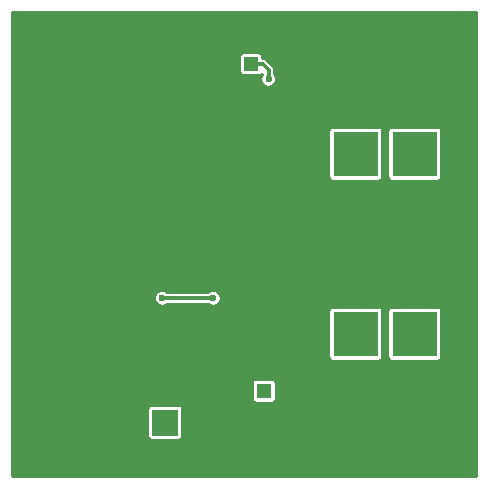
<source format=gbr>
G04 #@! TF.FileFunction,Copper,L1,Top,Mixed*
%FSLAX46Y46*%
G04 Gerber Fmt 4.6, Leading zero omitted, Abs format (unit mm)*
G04 Created by KiCad (PCBNEW 4.0.2-stable) date 07/11/2016 13:31:13*
%MOMM*%
G01*
G04 APERTURE LIST*
%ADD10C,0.150000*%
%ADD11C,5.600000*%
%ADD12R,3.810000X3.810000*%
%ADD13R,2.235200X2.235200*%
%ADD14C,0.600000*%
%ADD15C,1.300000*%
%ADD16R,1.300000X1.300000*%
%ADD17R,1.198880X1.198880*%
%ADD18C,0.300000*%
%ADD19C,1.000000*%
G04 APERTURE END LIST*
D10*
D11*
X121920000Y-71120000D03*
X152400000Y-71120000D03*
X121920000Y-101600000D03*
X152400000Y-101600000D03*
D12*
X151558000Y-93980000D03*
X146558000Y-93980000D03*
X151558000Y-88900000D03*
X146558000Y-88900000D03*
X151558000Y-78740000D03*
X146558000Y-78740000D03*
X151558000Y-83820000D03*
X146558000Y-83820000D03*
D13*
X130429000Y-101473000D03*
D14*
X132842000Y-94234000D03*
X131762500Y-94234000D03*
X132842000Y-95377000D03*
X131762500Y-95377000D03*
X132905500Y-93027500D03*
X131762500Y-93027500D03*
D15*
X138811000Y-101306000D03*
D16*
X138811000Y-98806000D03*
D17*
X137701020Y-71120000D03*
X135602980Y-71120000D03*
D14*
X141986000Y-82399000D03*
X143383000Y-90678000D03*
X141478000Y-90567000D03*
X141224000Y-88265000D03*
X141224000Y-86360000D03*
X141224000Y-87249000D03*
X119192000Y-95377000D03*
X136017000Y-82550000D03*
X136017000Y-81534000D03*
X137287000Y-88265000D03*
X137287000Y-85598000D03*
X137287000Y-86741000D03*
X133096000Y-88138000D03*
X133096000Y-85725000D03*
X133096000Y-86868000D03*
X121690000Y-83058000D03*
X132588000Y-83566000D03*
X135001000Y-83566000D03*
X133858000Y-83566000D03*
X139700000Y-83693000D03*
X137160000Y-83693000D03*
X138430000Y-83693000D03*
X126492000Y-93726000D03*
X122682000Y-91710000D03*
X133112000Y-98298000D03*
X130175000Y-90932000D03*
X134493000Y-90932000D03*
X139192000Y-72390000D03*
D18*
X141986000Y-82399000D02*
X141986000Y-82423000D01*
X141478000Y-90567000D02*
X141478000Y-90551000D01*
X141224000Y-87249000D02*
X141224000Y-86360000D01*
X119192000Y-95377000D02*
X119253000Y-95377000D01*
X136017000Y-81534000D02*
X136017000Y-82550000D01*
X137287000Y-86741000D02*
X137287000Y-85598000D01*
X133096000Y-86868000D02*
X133096000Y-85725000D01*
X121690000Y-83058000D02*
X121666000Y-83058000D01*
X133858000Y-83566000D02*
X135001000Y-83566000D01*
X138430000Y-83693000D02*
X137160000Y-83693000D01*
D19*
X122682000Y-91710000D02*
X122682000Y-91694000D01*
X133112000Y-98298000D02*
X133096000Y-98298000D01*
D18*
X130175000Y-90932000D02*
X134493000Y-90932000D01*
X138684000Y-71120000D02*
X137701020Y-71120000D01*
X139192000Y-71628000D02*
X138684000Y-71120000D01*
X139192000Y-72390000D02*
X139192000Y-71628000D01*
G36*
X156747000Y-105947000D02*
X117573000Y-105947000D01*
X117573000Y-100355400D01*
X128899486Y-100355400D01*
X128899486Y-102590600D01*
X128927656Y-102740313D01*
X129016137Y-102877816D01*
X129151142Y-102970061D01*
X129311400Y-103002514D01*
X131546600Y-103002514D01*
X131696313Y-102974344D01*
X131833816Y-102885863D01*
X131926061Y-102750858D01*
X131958514Y-102590600D01*
X131958514Y-100355400D01*
X131930344Y-100205687D01*
X131841863Y-100068184D01*
X131706858Y-99975939D01*
X131546600Y-99943486D01*
X129311400Y-99943486D01*
X129161687Y-99971656D01*
X129024184Y-100060137D01*
X128931939Y-100195142D01*
X128899486Y-100355400D01*
X117573000Y-100355400D01*
X117573000Y-98156000D01*
X137749086Y-98156000D01*
X137749086Y-99456000D01*
X137777256Y-99605713D01*
X137865737Y-99743216D01*
X138000742Y-99835461D01*
X138161000Y-99867914D01*
X139461000Y-99867914D01*
X139610713Y-99839744D01*
X139748216Y-99751263D01*
X139840461Y-99616258D01*
X139872914Y-99456000D01*
X139872914Y-98156000D01*
X139844744Y-98006287D01*
X139756263Y-97868784D01*
X139621258Y-97776539D01*
X139461000Y-97744086D01*
X138161000Y-97744086D01*
X138011287Y-97772256D01*
X137873784Y-97860737D01*
X137781539Y-97995742D01*
X137749086Y-98156000D01*
X117573000Y-98156000D01*
X117573000Y-92075000D01*
X144241086Y-92075000D01*
X144241086Y-95885000D01*
X144269256Y-96034713D01*
X144357737Y-96172216D01*
X144492742Y-96264461D01*
X144653000Y-96296914D01*
X148463000Y-96296914D01*
X148612713Y-96268744D01*
X148750216Y-96180263D01*
X148842461Y-96045258D01*
X148874914Y-95885000D01*
X148874914Y-92075000D01*
X149241086Y-92075000D01*
X149241086Y-95885000D01*
X149269256Y-96034713D01*
X149357737Y-96172216D01*
X149492742Y-96264461D01*
X149653000Y-96296914D01*
X153463000Y-96296914D01*
X153612713Y-96268744D01*
X153750216Y-96180263D01*
X153842461Y-96045258D01*
X153874914Y-95885000D01*
X153874914Y-92075000D01*
X153846744Y-91925287D01*
X153758263Y-91787784D01*
X153623258Y-91695539D01*
X153463000Y-91663086D01*
X149653000Y-91663086D01*
X149503287Y-91691256D01*
X149365784Y-91779737D01*
X149273539Y-91914742D01*
X149241086Y-92075000D01*
X148874914Y-92075000D01*
X148846744Y-91925287D01*
X148758263Y-91787784D01*
X148623258Y-91695539D01*
X148463000Y-91663086D01*
X144653000Y-91663086D01*
X144503287Y-91691256D01*
X144365784Y-91779737D01*
X144273539Y-91914742D01*
X144241086Y-92075000D01*
X117573000Y-92075000D01*
X117573000Y-91071420D01*
X129470878Y-91071420D01*
X129577830Y-91330263D01*
X129775695Y-91528474D01*
X130034351Y-91635877D01*
X130314420Y-91636122D01*
X130573263Y-91529170D01*
X130616508Y-91486000D01*
X134051295Y-91486000D01*
X134093695Y-91528474D01*
X134352351Y-91635877D01*
X134632420Y-91636122D01*
X134891263Y-91529170D01*
X135089474Y-91331305D01*
X135196877Y-91072649D01*
X135197122Y-90792580D01*
X135090170Y-90533737D01*
X134892305Y-90335526D01*
X134633649Y-90228123D01*
X134353580Y-90227878D01*
X134094737Y-90334830D01*
X134051492Y-90378000D01*
X130616705Y-90378000D01*
X130574305Y-90335526D01*
X130315649Y-90228123D01*
X130035580Y-90227878D01*
X129776737Y-90334830D01*
X129578526Y-90532695D01*
X129471123Y-90791351D01*
X129470878Y-91071420D01*
X117573000Y-91071420D01*
X117573000Y-76835000D01*
X144241086Y-76835000D01*
X144241086Y-80645000D01*
X144269256Y-80794713D01*
X144357737Y-80932216D01*
X144492742Y-81024461D01*
X144653000Y-81056914D01*
X148463000Y-81056914D01*
X148612713Y-81028744D01*
X148750216Y-80940263D01*
X148842461Y-80805258D01*
X148874914Y-80645000D01*
X148874914Y-76835000D01*
X149241086Y-76835000D01*
X149241086Y-80645000D01*
X149269256Y-80794713D01*
X149357737Y-80932216D01*
X149492742Y-81024461D01*
X149653000Y-81056914D01*
X153463000Y-81056914D01*
X153612713Y-81028744D01*
X153750216Y-80940263D01*
X153842461Y-80805258D01*
X153874914Y-80645000D01*
X153874914Y-76835000D01*
X153846744Y-76685287D01*
X153758263Y-76547784D01*
X153623258Y-76455539D01*
X153463000Y-76423086D01*
X149653000Y-76423086D01*
X149503287Y-76451256D01*
X149365784Y-76539737D01*
X149273539Y-76674742D01*
X149241086Y-76835000D01*
X148874914Y-76835000D01*
X148846744Y-76685287D01*
X148758263Y-76547784D01*
X148623258Y-76455539D01*
X148463000Y-76423086D01*
X144653000Y-76423086D01*
X144503287Y-76451256D01*
X144365784Y-76539737D01*
X144273539Y-76674742D01*
X144241086Y-76835000D01*
X117573000Y-76835000D01*
X117573000Y-70520560D01*
X136689666Y-70520560D01*
X136689666Y-71719440D01*
X136717836Y-71869153D01*
X136806317Y-72006656D01*
X136941322Y-72098901D01*
X137101580Y-72131354D01*
X138300460Y-72131354D01*
X138450173Y-72103184D01*
X138584784Y-72016564D01*
X138488123Y-72249351D01*
X138487878Y-72529420D01*
X138594830Y-72788263D01*
X138792695Y-72986474D01*
X139051351Y-73093877D01*
X139331420Y-73094122D01*
X139590263Y-72987170D01*
X139788474Y-72789305D01*
X139895877Y-72530649D01*
X139896122Y-72250580D01*
X139789170Y-71991737D01*
X139746000Y-71948492D01*
X139746000Y-71628000D01*
X139703829Y-71415993D01*
X139583737Y-71236262D01*
X139075737Y-70728263D01*
X138896007Y-70608171D01*
X138712374Y-70571644D01*
X138712374Y-70520560D01*
X138684204Y-70370847D01*
X138595723Y-70233344D01*
X138460718Y-70141099D01*
X138300460Y-70108646D01*
X137101580Y-70108646D01*
X136951867Y-70136816D01*
X136814364Y-70225297D01*
X136722119Y-70360302D01*
X136689666Y-70520560D01*
X117573000Y-70520560D01*
X117573000Y-66773000D01*
X156747000Y-66773000D01*
X156747000Y-105947000D01*
X156747000Y-105947000D01*
G37*
X156747000Y-105947000D02*
X117573000Y-105947000D01*
X117573000Y-100355400D01*
X128899486Y-100355400D01*
X128899486Y-102590600D01*
X128927656Y-102740313D01*
X129016137Y-102877816D01*
X129151142Y-102970061D01*
X129311400Y-103002514D01*
X131546600Y-103002514D01*
X131696313Y-102974344D01*
X131833816Y-102885863D01*
X131926061Y-102750858D01*
X131958514Y-102590600D01*
X131958514Y-100355400D01*
X131930344Y-100205687D01*
X131841863Y-100068184D01*
X131706858Y-99975939D01*
X131546600Y-99943486D01*
X129311400Y-99943486D01*
X129161687Y-99971656D01*
X129024184Y-100060137D01*
X128931939Y-100195142D01*
X128899486Y-100355400D01*
X117573000Y-100355400D01*
X117573000Y-98156000D01*
X137749086Y-98156000D01*
X137749086Y-99456000D01*
X137777256Y-99605713D01*
X137865737Y-99743216D01*
X138000742Y-99835461D01*
X138161000Y-99867914D01*
X139461000Y-99867914D01*
X139610713Y-99839744D01*
X139748216Y-99751263D01*
X139840461Y-99616258D01*
X139872914Y-99456000D01*
X139872914Y-98156000D01*
X139844744Y-98006287D01*
X139756263Y-97868784D01*
X139621258Y-97776539D01*
X139461000Y-97744086D01*
X138161000Y-97744086D01*
X138011287Y-97772256D01*
X137873784Y-97860737D01*
X137781539Y-97995742D01*
X137749086Y-98156000D01*
X117573000Y-98156000D01*
X117573000Y-92075000D01*
X144241086Y-92075000D01*
X144241086Y-95885000D01*
X144269256Y-96034713D01*
X144357737Y-96172216D01*
X144492742Y-96264461D01*
X144653000Y-96296914D01*
X148463000Y-96296914D01*
X148612713Y-96268744D01*
X148750216Y-96180263D01*
X148842461Y-96045258D01*
X148874914Y-95885000D01*
X148874914Y-92075000D01*
X149241086Y-92075000D01*
X149241086Y-95885000D01*
X149269256Y-96034713D01*
X149357737Y-96172216D01*
X149492742Y-96264461D01*
X149653000Y-96296914D01*
X153463000Y-96296914D01*
X153612713Y-96268744D01*
X153750216Y-96180263D01*
X153842461Y-96045258D01*
X153874914Y-95885000D01*
X153874914Y-92075000D01*
X153846744Y-91925287D01*
X153758263Y-91787784D01*
X153623258Y-91695539D01*
X153463000Y-91663086D01*
X149653000Y-91663086D01*
X149503287Y-91691256D01*
X149365784Y-91779737D01*
X149273539Y-91914742D01*
X149241086Y-92075000D01*
X148874914Y-92075000D01*
X148846744Y-91925287D01*
X148758263Y-91787784D01*
X148623258Y-91695539D01*
X148463000Y-91663086D01*
X144653000Y-91663086D01*
X144503287Y-91691256D01*
X144365784Y-91779737D01*
X144273539Y-91914742D01*
X144241086Y-92075000D01*
X117573000Y-92075000D01*
X117573000Y-91071420D01*
X129470878Y-91071420D01*
X129577830Y-91330263D01*
X129775695Y-91528474D01*
X130034351Y-91635877D01*
X130314420Y-91636122D01*
X130573263Y-91529170D01*
X130616508Y-91486000D01*
X134051295Y-91486000D01*
X134093695Y-91528474D01*
X134352351Y-91635877D01*
X134632420Y-91636122D01*
X134891263Y-91529170D01*
X135089474Y-91331305D01*
X135196877Y-91072649D01*
X135197122Y-90792580D01*
X135090170Y-90533737D01*
X134892305Y-90335526D01*
X134633649Y-90228123D01*
X134353580Y-90227878D01*
X134094737Y-90334830D01*
X134051492Y-90378000D01*
X130616705Y-90378000D01*
X130574305Y-90335526D01*
X130315649Y-90228123D01*
X130035580Y-90227878D01*
X129776737Y-90334830D01*
X129578526Y-90532695D01*
X129471123Y-90791351D01*
X129470878Y-91071420D01*
X117573000Y-91071420D01*
X117573000Y-76835000D01*
X144241086Y-76835000D01*
X144241086Y-80645000D01*
X144269256Y-80794713D01*
X144357737Y-80932216D01*
X144492742Y-81024461D01*
X144653000Y-81056914D01*
X148463000Y-81056914D01*
X148612713Y-81028744D01*
X148750216Y-80940263D01*
X148842461Y-80805258D01*
X148874914Y-80645000D01*
X148874914Y-76835000D01*
X149241086Y-76835000D01*
X149241086Y-80645000D01*
X149269256Y-80794713D01*
X149357737Y-80932216D01*
X149492742Y-81024461D01*
X149653000Y-81056914D01*
X153463000Y-81056914D01*
X153612713Y-81028744D01*
X153750216Y-80940263D01*
X153842461Y-80805258D01*
X153874914Y-80645000D01*
X153874914Y-76835000D01*
X153846744Y-76685287D01*
X153758263Y-76547784D01*
X153623258Y-76455539D01*
X153463000Y-76423086D01*
X149653000Y-76423086D01*
X149503287Y-76451256D01*
X149365784Y-76539737D01*
X149273539Y-76674742D01*
X149241086Y-76835000D01*
X148874914Y-76835000D01*
X148846744Y-76685287D01*
X148758263Y-76547784D01*
X148623258Y-76455539D01*
X148463000Y-76423086D01*
X144653000Y-76423086D01*
X144503287Y-76451256D01*
X144365784Y-76539737D01*
X144273539Y-76674742D01*
X144241086Y-76835000D01*
X117573000Y-76835000D01*
X117573000Y-70520560D01*
X136689666Y-70520560D01*
X136689666Y-71719440D01*
X136717836Y-71869153D01*
X136806317Y-72006656D01*
X136941322Y-72098901D01*
X137101580Y-72131354D01*
X138300460Y-72131354D01*
X138450173Y-72103184D01*
X138584784Y-72016564D01*
X138488123Y-72249351D01*
X138487878Y-72529420D01*
X138594830Y-72788263D01*
X138792695Y-72986474D01*
X139051351Y-73093877D01*
X139331420Y-73094122D01*
X139590263Y-72987170D01*
X139788474Y-72789305D01*
X139895877Y-72530649D01*
X139896122Y-72250580D01*
X139789170Y-71991737D01*
X139746000Y-71948492D01*
X139746000Y-71628000D01*
X139703829Y-71415993D01*
X139583737Y-71236262D01*
X139075737Y-70728263D01*
X138896007Y-70608171D01*
X138712374Y-70571644D01*
X138712374Y-70520560D01*
X138684204Y-70370847D01*
X138595723Y-70233344D01*
X138460718Y-70141099D01*
X138300460Y-70108646D01*
X137101580Y-70108646D01*
X136951867Y-70136816D01*
X136814364Y-70225297D01*
X136722119Y-70360302D01*
X136689666Y-70520560D01*
X117573000Y-70520560D01*
X117573000Y-66773000D01*
X156747000Y-66773000D01*
X156747000Y-105947000D01*
M02*

</source>
